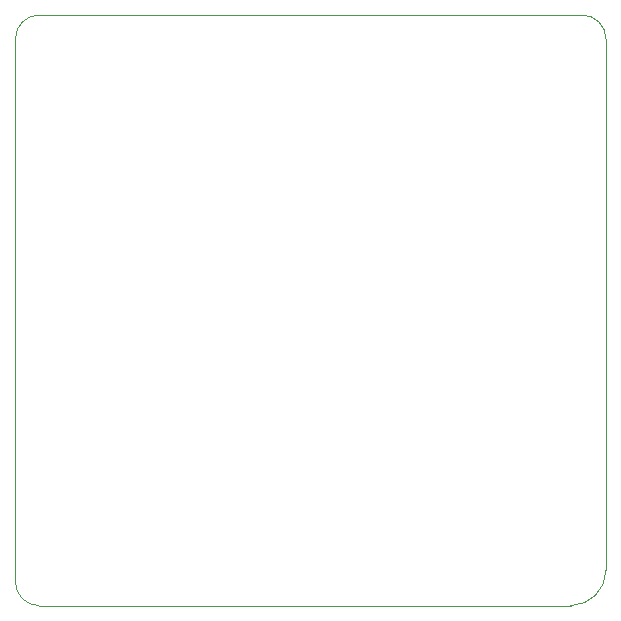
<source format=gbr>
%TF.GenerationSoftware,KiCad,Pcbnew,5.1.6*%
%TF.CreationDate,2020-08-08T21:56:00+02:00*%
%TF.ProjectId,unibatch-9x9,756e6962-6174-4636-982d-3978392e6b69,rev?*%
%TF.SameCoordinates,Original*%
%TF.FileFunction,Profile,NP*%
%FSLAX46Y46*%
G04 Gerber Fmt 4.6, Leading zero omitted, Abs format (unit mm)*
G04 Created by KiCad (PCBNEW 5.1.6) date 2020-08-08 21:56:00*
%MOMM*%
%LPD*%
G01*
G04 APERTURE LIST*
%TA.AperFunction,Profile*%
%ADD10C,0.100000*%
%TD*%
G04 APERTURE END LIST*
D10*
X2000000Y-50000000D02*
G75*
G02*
X0Y-48000000I0J2000000D01*
G01*
X0Y-2000000D02*
G75*
G02*
X2000000Y0I2000000J0D01*
G01*
X48000000Y0D02*
G75*
G02*
X50000000Y-2000000I0J-2000000D01*
G01*
X50000000Y-47000000D02*
G75*
G02*
X47000000Y-50000000I-3000000J0D01*
G01*
X0Y-2000000D02*
X0Y-48000000D01*
X2000000Y-50000000D02*
X47000000Y-50000000D01*
X50000000Y-47000000D02*
X50000000Y-2000000D01*
X2000000Y0D02*
X48000000Y0D01*
M02*

</source>
